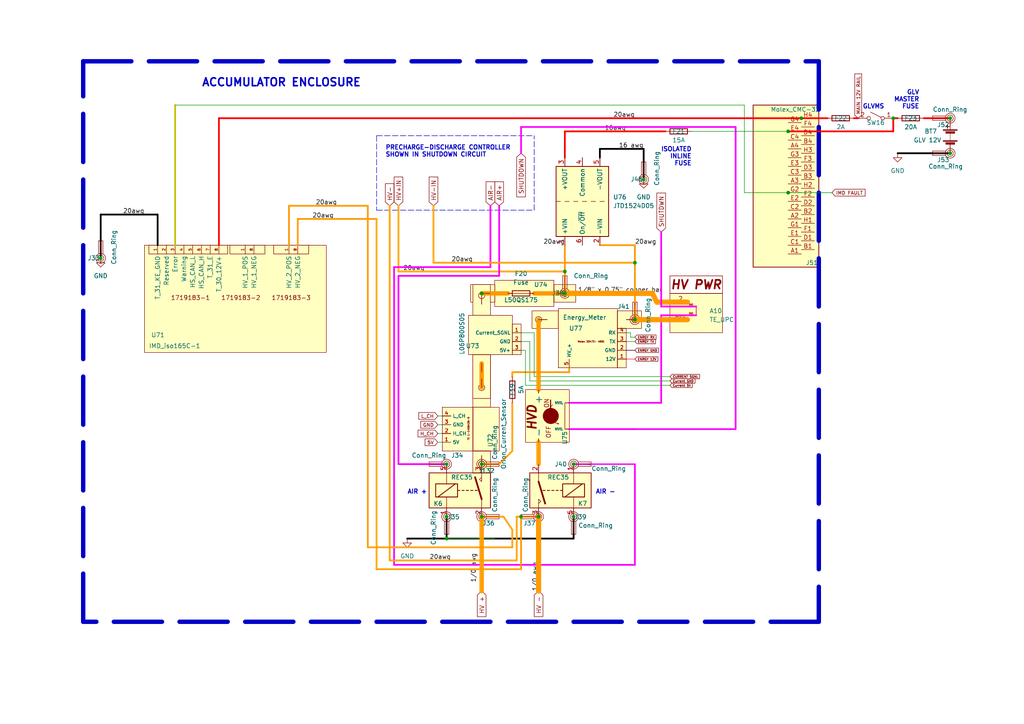
<source format=kicad_sch>
(kicad_sch (version 20211123) (generator eeschema)
  (paper "A4")
  (lib_symbols
    (symbol "Conn_Ring_1" (pin_numbers hide) (pin_names (offset 1.016) hide)
      (property "Reference" "J" (at 0 2.54 0))
      (property "Value" "Conn_Ring_1" (at 0 -2.54 0))
      (symbol "Conn_Ring_1_0_1"
        (polyline (pts (xy 0 -0.635) (xy 3.81 -0.635)))
        (polyline (pts (xy 0 0.635) (xy 0 -0.635)))
        (polyline (pts (xy 0 0.635) (xy 3.81 0.635)))
        (circle (center 5.08 0) (radius 0.898))
        (circle (center 5.08 0) (radius 1.4199))
      )
      (symbol "Conn_Ring_1_1_1"
        (polyline (pts (xy 1.27 0) (xy 0.8636 0)) (stroke (width 0.1524)))
        (rectangle (start 0.8636 0.127) (end 0 -0.127) (stroke (width 0.1524)) (fill (type outline)))
        (pin passive line (at 5.08 0 180) (length 5) (name "Pin_1") (number "1"))
      )
    )
    (symbol "Converter_DCDC:JTD1524D05"
      (property "Reference" "U" (at -8.89 8.89 0))
      (property "Value" "JTD1524D05" (at 8.89 8.89 0))
      (symbol "JTD1524D05_0_1"
        (rectangle (start -10.16 7.62) (end 10.16 -7.62) (stroke (width 0.254)) (fill (type background)))
        (polyline (pts (xy 0 -5.08) (xy 0 -6.35)))
        (polyline (pts (xy 0 -2.54) (xy 0 -3.81)))
        (polyline (pts (xy 0 0) (xy 0 -1.27)))
        (polyline (pts (xy 0 2.54) (xy 0 1.27)))
        (polyline (pts (xy 0 5.08) (xy 0 3.81)))
        (polyline (pts (xy 0 7.62) (xy 0 6.35)))
      )
      (symbol "JTD1524D05_1_1"
        (pin power_in line (at -12.7 5.08 0) (length 2.54) (name "+VIN") (number "1"))
        (pin power_in line (at -12.7 -5.08 0) (length 2.54) (name "-VIN") (number "2"))
        (pin power_out line (at 12.7 5.08 180) (length 2.54) (name "+VOUT") (number "3"))
        (pin power_out line (at 12.7 0 180) (length 2.54) (name "Common") (number "4"))
        (pin power_out line (at 12.7 -5.08 180) (length 2.54) (name "-VOUT") (number "5"))
        (pin input line (at -12.7 0 0) (length 2.54) (name "On/~{Off}") (number "6"))
      )
    )
    (symbol "Device:Battery" (pin_numbers hide) (pin_names (offset 0) hide)
      (property "Reference" "BT" (at 2.54 2.54 0))
      (property "Value" "Battery" (at 2.54 0 0))
      (symbol "Battery_0_1"
        (rectangle (start -2.032 -1.397) (end 2.032 -1.651) (fill (type outline)))
        (rectangle (start -2.032 1.778) (end 2.032 1.524) (fill (type outline)))
        (rectangle (start -1.3208 -1.9812) (end 1.27 -2.4892) (fill (type outline)))
        (rectangle (start -1.3208 1.1938) (end 1.27 0.6858) (fill (type outline)))
        (polyline (pts (xy 0 -1.524) (xy 0 -1.27)))
        (polyline (pts (xy 0 -1.016) (xy 0 -0.762)))
        (polyline (pts (xy 0 -0.508) (xy 0 -0.254)))
        (polyline (pts (xy 0 0) (xy 0 0.254)))
        (polyline (pts (xy 0 0.508) (xy 0 0.762)))
        (polyline (pts (xy 0 1.778) (xy 0 2.54)))
        (polyline (pts (xy 0.254 2.667) (xy 1.27 2.667)) (stroke (width 0.254)))
        (polyline (pts (xy 0.762 3.175) (xy 0.762 2.159)) (stroke (width 0.254)))
      )
      (symbol "Battery_1_1"
        (pin passive line (at 0 5.08 270) (length 2.54) (name "+") (number "1"))
        (pin passive line (at 0 -5.08 90) (length 2.54) (name "-") (number "2"))
      )
    )
    (symbol "Device:Fuse" (pin_numbers hide) (pin_names (offset 0))
      (property "Reference" "F" (at 2.032 0 90))
      (property "Value" "Fuse" (at -1.905 0 90))
      (symbol "Fuse_0_1"
        (rectangle (start -0.762 -2.54) (end 0.762 2.54) (stroke (width 0.254)))
        (polyline (pts (xy 0 2.54) (xy 0 -2.54)))
      )
      (symbol "Fuse_1_1"
        (pin passive line (at 0 3.81 270) (length 1.27) (name "~") (number "1"))
        (pin passive line (at 0 -3.81 90) (length 1.27) (name "~") (number "2"))
      )
    )
    (symbol "FSAE DMS-23 Components:Current_Sensor_L06P300S05" (pin_names (offset 0.5))
      (property "Reference" "U?" (at -5.08 -3.81 0))
      (property "Value" "Current_Sensor_L06P300S05" (at 0.635 -6.35 0))
      (symbol "Current_Sensor_L06P300S05_0_1"
        (rectangle (start -15.24 1.27) (end -6.35 -3.81) (fill (type background)))
        (circle (center -12.065 -1.27) (radius 0.898))
        (rectangle (start -6.35 7.62) (end 5.08 -5.08) (fill (type background)))
        (rectangle (start -3.81 10.16) (end 5.08 7.62) (fill (type background)))
        (rectangle (start 5.08 1.27) (end 17.78 -3.81) (fill (type background)))
        (circle (center 14.605 -1.27) (radius 0.898))
      )
      (symbol "Current_Sensor_L06P300S05_1_1"
        (pin bidirectional line (at -12.065 -1.27 0) (length 2.5) (name "") (number ""))
        (pin bidirectional line (at 14.605 -1.27 180) (length 2.5) (name "") (number ""))
        (pin passive line (at -1.27 10.16 270) (length 2.5) (name "Current_SGNL") (number "1"))
        (pin passive line (at 1.27 10.16 270) (length 2.5) (name "GND") (number "2"))
        (pin passive line (at 3.81 10.16 270) (length 2.5) (name "5V+") (number "3"))
      )
    )
    (symbol "FSAE DMS-23 Components:Energy_Meter" (pin_names (offset 0.5))
      (property "Reference" "U" (at -7.62 5.715 0))
      (property "Value" "Energy_Meter" (at -0.635 -3.175 0))
      (symbol "Energy_Meter_0_0"
        (text "Molex 33472- 4001" (at 1.27 5.08 0) (effects (font (size 0.5 0.5))))
      )
      (symbol "Energy_Meter_0_1"
        (rectangle (start -15.875 1.27) (end -8.255 -3.81) (fill (type background)))
        (circle (center -13.97 -1.27) (radius 0.898))
        (rectangle (start -8.255 12.7) (end 8.89 -4.445) (fill (type background)))
        (rectangle (start 8.89 1.27) (end 15.875 -3.81) (fill (type background)))
        (rectangle (start 8.89 12.7) (end 11.43 1.27) (fill (type background)))
        (circle (center 13.97 -1.27) (radius 0.898))
      )
      (symbol "Energy_Meter_1_1"
        (pin bidirectional line (at -13.97 -1.27 0) (length 2.5) (name "") (number ""))
        (pin bidirectional line (at 13.97 -1.27 180) (length 2.5) (name "") (number ""))
        (pin passive line (at 11.43 10.16 180) (length 2.5) (name "12V") (number "1"))
        (pin passive line (at 11.43 7.62 180) (length 2.5) (name "GND") (number "2"))
        (pin passive line (at 11.43 5.08 180) (length 2.5) (name "TX") (number "3"))
        (pin passive line (at 11.43 2.54 180) (length 2.5) (name "RX") (number "4"))
        (pin bidirectional line (at -5.08 12.7 270) (length 2.5) (name "HV_+") (number "5"))
      )
    )
    (symbol "FSAE DMS-23 Components:High_Voltage_Disconnect"
      (property "Reference" "U" (at -7.112 -4.9784 0))
      (property "Value" "High_Voltage_Disconnect" (at 0.6096 -10.7696 0))
      (symbol "High_Voltage_Disconnect_0_0"
        (circle (center 0 -1) (radius 2.2361) (fill (type outline)))
        (polyline (pts (xy -3.81 -5.08) (xy 3.81 -5.08)))
        (rectangle (start 2.2352 -0.8636) (end 4.6736 -1.016))
        (text "HVD" (at -0.38 4.46 0) (effects (font (size 2.5 2.5) bold italic)))
        (text "OFF" (at -4.6228 -0.3556 0) (effects (font (size 1.27 1.27))))
        (text "ON" (at 3.7084 0.2032 0) (effects (font (size 1.27 1.27))))
      )
      (symbol "High_Voltage_Disconnect_0_1"
        (rectangle (start -7.62 6.35) (end 7.62 -6.35) (fill (type background)))
        (polyline (pts (xy -2.3368 -3.048) (xy -2.032 -3.048) (xy -2.3368 -3.302) (xy -2.3368 -3.048)))
        (arc (start 3.2512 -1.524) (mid -0.7893 2.0414) (end -2.2352 -3.1496))
      )
      (symbol "High_Voltage_Disconnect_1_1"
        (pin passive line (at 7.62 2.54 180) (length 1) (name "+") (number ""))
        (pin passive line (at -7.62 2.54 0) (length 1) (name "-") (number ""))
        (pin passive line (at -3.81 -6.35 90) (length 1.15) (name "HVIL") (number ""))
        (pin passive line (at 3.81 -6.35 90) (length 1.15) (name "HVIL") (number ""))
      )
    )
    (symbol "FSAE DMS-23 Components:IMD_iso165C-1"
      (property "Reference" "U?" (at 16.51 13.97 0))
      (property "Value" "IMD_iso165C-1" (at 5.715 13.97 0))
      (symbol "IMD_iso165C-1_0_0"
        (text "1719183-1" (at 6.35 3.175 900) (effects (font (size 1.27 1.27))))
        (text "1719183-2" (at 6.35 -11.43 900) (effects (font (size 1.27 1.27))))
        (text "1719183-3" (at 6.35 -26.035 900) (effects (font (size 1.27 1.27))))
      )
      (symbol "IMD_iso165C-1_0_1"
        (rectangle (start -8.89 -20.955) (end -6.35 -31.115))
        (rectangle (start -8.89 -8.255) (end -6.35 -18.415))
        (rectangle (start -8.89 15.24) (end -6.35 -7.62))
        (rectangle (start -8.89 16.51) (end 22.225 -36.195) (fill (type background)))
      )
      (symbol "IMD_iso165C-1_1_0"
        (pin input line (at -8.89 -12.7 0) (length 2.54) (name "HV_1_POS") (number "1"))
        (pin input line (at -8.89 -25.4 0) (length 2.54) (name "HV_2_POS") (number "1"))
        (pin input line (at -8.89 12.7 0) (length 2.54) (name "T_31_KE_GND") (number "1"))
        (pin bidirectional line (at -8.89 10.16 0) (length 2.54) (name "Reserved") (number "2"))
        (pin output line (at -8.89 7.62 0) (length 2.54) (name "Error") (number "3"))
        (pin output line (at -8.89 5.08 0) (length 2.54) (name "Warning") (number "4"))
        (pin bidirectional line (at -8.89 2.54 0) (length 2.54) (name "HS_CAN_L") (number "5"))
        (pin bidirectional line (at -8.89 0 0) (length 2.54) (name "HS_CAN_H") (number "6"))
        (pin input line (at -8.89 -2.54 0) (length 2.54) (name "T_31_E") (number "7"))
        (pin input line (at -8.89 -15.24 0) (length 2.54) (name "HV_1_NEG") (number "8"))
        (pin input line (at -8.89 -27.94 0) (length 2.54) (name "HV_2_NEG") (number "8"))
        (pin input line (at -8.89 -5.08 0) (length 2.54) (name "T_30_12V+") (number "8"))
      )
    )
    (symbol "FSAE DMS-23 Components:L50QS150" (pin_names (offset 0.5))
      (property "Reference" "U?" (at -5.715 -3.175 0))
      (property "Value" "L50QS150" (at -1.905 0 0))
      (symbol "L50QS150_0_1"
        (rectangle (start -15.24 1.27) (end -8.255 -3.81) (fill (type background)))
        (circle (center -12.065 -1.27) (radius 0.898))
        (rectangle (start -8.255 2.54) (end 8.89 -5.08) (fill (type background)))
        (rectangle (start 8.89 1.27) (end 15.24 -3.81) (fill (type background)))
        (circle (center 12.065 -1.27) (radius 0.898))
      )
      (symbol "L50QS150_1_1"
        (pin bidirectional line (at -12.065 -1.27 0) (length 2.5) (name "") (number ""))
        (pin bidirectional line (at 12.065 -1.27 180) (length 2.5) (name "") (number ""))
      )
    )
    (symbol "FSAE DMS-23 Components:LEV-200"
      (property "Reference" "K?" (at 9.525 1.2701 0))
      (property "Value" "LEV-200" (at 9.525 -1.2699 0))
      (symbol "LEV-200_0_0"
        (polyline (pts (xy 5.08 5.08) (xy 5.08 2.54) (xy 4.445 3.175) (xy 5.08 3.81)))
      )
      (symbol "LEV-200_0_1"
        (rectangle (start -10.16 5.08) (end 7.62 -5.08) (stroke (width 0.254)) (fill (type background)))
        (rectangle (start -8.255 1.905) (end -1.905 -1.905) (stroke (width 0.254)))
        (polyline (pts (xy -7.62 -1.905) (xy -2.54 1.905)) (stroke (width 0.254)))
        (polyline (pts (xy -5.08 -5.08) (xy -5.08 -1.905)))
        (polyline (pts (xy -5.08 5.08) (xy -5.08 1.905)))
        (polyline (pts (xy -1.905 0) (xy -1.27 0)) (stroke (width 0.254)))
        (polyline (pts (xy -0.635 0) (xy 0 0)) (stroke (width 0.254)))
        (polyline (pts (xy 0.635 0) (xy 1.27 0)) (stroke (width 0.254)))
        (polyline (pts (xy 1.905 0) (xy 2.54 0)) (stroke (width 0.254)))
        (polyline (pts (xy 3.175 0) (xy 3.81 0)) (stroke (width 0.254)))
        (polyline (pts (xy 5.08 -2.54) (xy 3.175 3.81)) (stroke (width 0.508)))
        (polyline (pts (xy 5.08 -2.54) (xy 5.08 -5.08)))
      )
      (symbol "LEV-200_1_1"
        (pin passive line (at -5.08 -7.62 90) (length 2.54) (name "~") (number "1"))
        (pin passive line (at 5.08 -7.62 90) (length 2.54) (name "~") (number "2"))
        (pin passive line (at 5.08 7.62 270) (length 2.54) (name "~") (number "3"))
        (pin passive line (at -5.08 7.62 270) (length 2.54) (name "~") (number "5"))
      )
    )
    (symbol "FSAE DMS-23 Components:Molex_CMC-32" (pin_names (offset 1.016) hide)
      (property "Reference" "J" (at -5.08 40.64 0))
      (property "Value" "Molex_CMC-32" (at -5.08 -3.81 0))
      (symbol "Molex_CMC-32_1_1"
        (rectangle (start -16.51 41.91) (end 2.54 -5.08) (stroke (width 0.254)) (fill (type background)))
        (pin passive line (at -6.35 38.1 0) (length 3.81) (name "Pin_1") (number "A1"))
        (pin passive line (at -6.35 27.94 0) (length 3.81) (name "Pin_9") (number "A2"))
        (pin passive line (at -6.35 17.78 0) (length 3.81) (name "Pin_17") (number "A3"))
        (pin passive line (at -6.35 7.62 0) (length 3.81) (name "Pin_25") (number "A4"))
        (pin passive line (at -2.54 36.83 0) (length 3.81) (name "Pin_2") (number "B1"))
        (pin passive line (at -2.54 26.67 0) (length 3.81) (name "Pin_10") (number "B2"))
        (pin passive line (at -2.54 16.51 0) (length 3.81) (name "Pin_18") (number "B3"))
        (pin passive line (at -2.54 6.35 0) (length 3.81) (name "Pin_26") (number "B4"))
        (pin passive line (at -6.35 35.56 0) (length 3.81) (name "Pin_3") (number "C1"))
        (pin passive line (at -6.35 25.4 0) (length 3.81) (name "Pin_11") (number "C2"))
        (pin passive line (at -6.35 15.24 0) (length 3.81) (name "Pin_19") (number "C3"))
        (pin passive line (at -6.35 5.08 0) (length 3.81) (name "Pin_27") (number "C4"))
        (pin passive line (at -2.54 34.29 0) (length 3.81) (name "Pin_4") (number "D1"))
        (pin passive line (at -2.54 24.13 0) (length 3.81) (name "Pin_12") (number "D2"))
        (pin passive line (at -2.54 13.97 0) (length 3.81) (name "Pin_20") (number "D3"))
        (pin passive line (at -2.54 3.81 0) (length 3.81) (name "Pin_28") (number "D4"))
        (pin passive line (at -6.35 33.02 0) (length 3.81) (name "Pin_5") (number "E1"))
        (pin passive line (at -6.35 22.86 0) (length 3.81) (name "Pin_13") (number "E2"))
        (pin passive line (at -6.35 12.7 0) (length 3.81) (name "Pin_21") (number "E3"))
        (pin passive line (at -6.35 2.54 0) (length 3.81) (name "Pin_29") (number "E4"))
        (pin power_in line (at -2.54 31.75 0) (length 3.81) (name "Pin_6") (number "F1"))
        (pin passive line (at -2.54 21.59 0) (length 3.81) (name "Pin_14") (number "F2"))
        (pin passive line (at -2.54 11.43 0) (length 3.81) (name "Pin_22") (number "F3"))
        (pin passive line (at -2.54 1.27 0) (length 3.81) (name "Pin_30") (number "F4"))
        (pin power_in line (at -6.35 30.48 0) (length 3.81) (name "Pin_7") (number "G1"))
        (pin power_in line (at -6.35 20.32 0) (length 3.81) (name "Pin_15") (number "G2"))
        (pin power_in line (at -6.35 10.16 0) (length 3.81) (name "Pin_23") (number "G3"))
        (pin power_in line (at -6.35 0 0) (length 3.81) (name "Pin_31") (number "G4"))
        (pin power_in line (at -2.54 29.21 0) (length 3.81) (name "Pin_8") (number "H1"))
        (pin power_in line (at -2.54 19.05 0) (length 3.81) (name "Pin_16") (number "H2"))
        (pin power_in line (at -2.54 8.89 0) (length 3.81) (name "Pin_24") (number "H3"))
        (pin power_in line (at -2.54 -1.27 0) (length 3.81) (name "Pin_32") (number "H4"))
      )
    )
    (symbol "FSAE DMS-23 Components:Orion_Current_Sensor" (pin_names (offset 0.5))
      (property "Reference" "U?" (at -5.08 -3.81 0))
      (property "Value" "Orion_Current_Sensor" (at 0 -1.27 0))
      (symbol "Orion_Current_Sensor_0_0"
        (text " TE 1-1456426-5" (at 0 2.54 0) (effects (font (size 0.5 0.5))))
      )
      (symbol "Orion_Current_Sensor_0_1"
        (rectangle (start -12.7 1.27) (end -6.35 -3.81) (fill (type background)))
        (circle (center -10.16 -1.27) (radius 0.898))
        (rectangle (start -6.35 1.27) (end 6.35 -6.35) (fill (type background)))
        (rectangle (start -6.35 10.16) (end 6.35 1.27) (fill (type background)))
        (rectangle (start 6.35 1.27) (end 21.59 -3.81) (fill (type background)))
        (circle (center 19.05 -1.27) (radius 0.898))
      )
      (symbol "Orion_Current_Sensor_1_1"
        (pin bidirectional line (at -10.16 -1.27 0) (length 2.5) (name "") (number ""))
        (pin bidirectional line (at 19.05 -1.27 180) (length 2.5) (name "") (number ""))
        (pin passive line (at -3.81 10.16 270) (length 2.5) (name "5V") (number "1"))
        (pin passive line (at -1.27 10.16 270) (length 2.5) (name "H_CH") (number "2"))
        (pin passive line (at 1.27 10.16 270) (length 2.5) (name "GND") (number "3"))
        (pin passive line (at 3.81 10.16 270) (length 2.5) (name "L_CH") (number "4"))
      )
    )
    (symbol "FSAE DMS-23 Components:TE_UPC" (pin_names (offset 1.016) hide)
      (property "Reference" "A1" (at -1.27 -3.81 0))
      (property "Value" "TE_UPC" (at 6.35 -3.81 0))
      (symbol "TE_UPC_0_0"
        (text "HV PWR" (at 2.54 8.89 0) (effects (font (size 2.5 2.5) bold italic)))
      )
      (symbol "TE_UPC_0_1"
        (rectangle (start -5.08 6.35) (end 10.16 -5.08) (fill (type background)))
        (rectangle (start -5.08 11.43) (end 10.16 6.35))
        (polyline (pts (xy 0 2.54) (xy 2.54 2.54) (xy 2.54 0) (xy 0 0)))
      )
      (symbol "TE_UPC_1_1"
        (pin bidirectional line (at 0 3.81 180) (length 4) (name "HV+") (number "2"))
        (pin bidirectional line (at 0 -1.27 180) (length 4) (name "HV_-") (number "HV-"))
        (pin passive line (at 2.54 0 180) (length 3) (name "HVI1") (number "HVI"))
        (pin passive line (at 2.54 2.54 180) (length 3) (name "HVI1") (number "HVI"))
      )
    )
    (symbol "GLV_Master_Switch_1" (pin_names (offset 0) hide)
      (property "Reference" "SW?" (at 0 -1.27 0))
      (property "Value" "GLV_Master_Switch" (at 20.32 -1.27 0))
      (symbol "GLV_Master_Switch_1_0_0"
        (circle (center -2.032 0) (radius 0.508))
        (polyline (pts (xy -1.524 0.254) (xy 1.524 1.778)))
        (circle (center 2.032 0) (radius 0.508))
      )
      (symbol "GLV_Master_Switch_1_1_1"
        (pin passive line (at -5.08 0 0) (length 2.54) (name "A") (number "1"))
        (pin passive line (at 5.08 0 180) (length 2.54) (name "B") (number "2"))
      )
    )
    (symbol "power:GND" (power) (pin_names (offset 0))
      (property "Value" "GND" (at 0 -3.81 0))
      (symbol "GND_0_1"
        (polyline (pts (xy 0 0) (xy 0 -1.27) (xy 1.27 -1.27) (xy 0 -2.54) (xy -1.27 -1.27) (xy 0 -1.27)))
      )
      (symbol "GND_1_1"
        (pin power_in line (at 0 0 270) (length 0) hide (name "GND") (number "1"))
      )
    )
  )
  (junction (at 163.83 85.09))
  (junction (at 156.21 149.86))
  (junction (at 184.15 92.71))
  (junction (at 186.69 52.07))
  (junction (at 139.7 85.09))
  (junction (at 228.6 55.88))
  (junction (at 166.37 134.62))
  (junction (at 129.54 149.86))
  (junction (at 129.54 156.21))
  (junction (at 275.59 34.29))
  (junction (at 29.21 74.93))
  (junction (at 129.54 134.62))
  (junction (at 232.41 34.29))
  (junction (at 166.37 149.86))
  (junction (at 259.08 34.29))
  (junction (at 275.59 44.45))
  (junction (at 151.13 149.86))
  (junction (at 184.15 76.2))
  (junction (at 139.7 134.62))
  (junction (at 139.7 149.86))
  (junction (at 228.6 38.1))
  (junction (at 163.83 78.74))
  (wire (pts (xy 184.15 134.62) (xy 184.15 163.83)) (stroke (width 0.5) (color 255 0 255 1)))
  (wire (pts (xy 184.15 71.12) (xy 184.15 76.2)) (stroke (width 0.508) (color 255 153 0 1)))
  (wire (pts (xy 129.54 156.21) (xy 166.37 156.21)) (stroke (width 0.508) (color 0 0 0 1)))
  (wire (pts (xy 275.59 34.29) (xy 267.97 34.29)) (stroke (width 0.508) (color 255 0 0 1)))
  (wire (pts (xy 114.3 77.47) (xy 142.24 77.47)) (stroke (width 0.5) (color 255 0 255 1)))
  (polyline (pts (xy 109.22 39.37) (xy 154.94 39.37)))
  (wire (pts (xy 215.9 55.88) (xy 228.6 55.88)))
  (wire (pts (xy 154.94 96.52) (xy 154.94 109.22)))
  (wire (pts (xy 151.13 36.83) (xy 151.13 44.45)) (stroke (width 0.5) (color 255 0 255 1)))
  (wire (pts (xy 182.88 97.79) (xy 182.88 96.52)))
  (wire (pts (xy 139.7 85.725) (xy 139.7 85.09)))
  (wire (pts (xy 106.68 59.69) (xy 106.68 158.75)) (stroke (width 0.508) (color 255 153 0 1)))
  (wire (pts (xy 144.78 59.69) (xy 144.78 80.01)) (stroke (width 0.508) (color 255 0 255 1)))
  (polyline (pts (xy 237.49 17.78) (xy 237.49 180.34)) (stroke (width 1.27)))
  (wire (pts (xy 151.13 165.1) (xy 109.22 165.1)) (stroke (width 0.508) (color 255 153 0 1)))
  (wire (pts (xy 152.4 111.76) (xy 194.31 111.76)))
  (wire (pts (xy 260.35 44.45) (xy 275.59 44.45)) (stroke (width 0.508) (color 0 0 0 1)))
  (wire (pts (xy 191.77 91.44) (xy 201.93 91.44)) (stroke (width 0.508) (color 255 0 255 1)))
  (wire (pts (xy 115.57 134.62) (xy 129.54 134.62)) (stroke (width 0.508) (color 255 0 255 1)))
  (wire (pts (xy 127 128.27) (xy 128.27 128.27)))
  (wire (pts (xy 156.21 149.86) (xy 156.21 171.45)) (stroke (width 1.5) (color 255 153 0 1)))
  (wire (pts (xy 125.73 76.2) (xy 184.15 76.2)) (stroke (width 0.508) (color 255 153 0 1)))
  (wire (pts (xy 152.4 101.6) (xy 152.4 111.76)))
  (wire (pts (xy 142.24 59.69) (xy 142.24 77.47)) (stroke (width 0.508) (color 255 0 255 1)))
  (wire (pts (xy 165.1 107.95) (xy 165.1 106.68)) (stroke (width 0.508) (color 255 153 0 1)))
  (wire (pts (xy 115.57 59.69) (xy 115.57 78.74)) (stroke (width 0.508) (color 255 153 0 1)))
  (wire (pts (xy 156.21 128.27) (xy 156.21 134.62)) (stroke (width 1.27) (color 255 153 0 1)))
  (wire (pts (xy 86.36 63.5) (xy 86.36 71.12)) (stroke (width 0.508) (color 255 153 0 1)))
  (wire (pts (xy 151.13 96.52) (xy 154.94 96.52)))
  (wire (pts (xy 163.83 85.09) (xy 163.83 78.74)) (stroke (width 0.508) (color 255 153 0 1)))
  (wire (pts (xy 213.36 36.83) (xy 213.36 124.46)) (stroke (width 0.5) (color 255 0 255 1)))
  (wire (pts (xy 153.67 99.06) (xy 153.67 110.49)))
  (wire (pts (xy 182.88 97.79) (xy 184.15 97.79)))
  (wire (pts (xy 191.77 74.93) (xy 191.77 88.9)) (stroke (width 0.508) (color 255 0 255 1)))
  (polyline (pts (xy 154.94 60.96) (xy 154.94 39.37)))
  (wire (pts (xy 149.86 162.56) (xy 113.03 162.56)) (stroke (width 0.508) (color 255 153 0 1)))
  (wire (pts (xy 125.73 59.69) (xy 125.73 76.2)) (stroke (width 0.508) (color 255 153 0 1)))
  (wire (pts (xy 115.57 80.01) (xy 144.78 80.01)) (stroke (width 0.508) (color 255 0 255 1)))
  (wire (pts (xy 184.15 76.2) (xy 184.15 92.71)) (stroke (width 0.508) (color 255 153 0 1)))
  (wire (pts (xy 139.7 105.41) (xy 139.7 112.395)) (stroke (width 1.27) (color 255 153 0 1)))
  (wire (pts (xy 232.41 34.29) (xy 63.5 34.29)) (stroke (width 0.508) (color 255 0 0 1)))
  (wire (pts (xy 45.72 71.12) (xy 45.72 62.23)) (stroke (width 0.508) (color 0 0 0 1)))
  (wire (pts (xy 215.9 30.48) (xy 215.9 55.88)))
  (wire (pts (xy 152.4 101.6) (xy 151.13 101.6)))
  (wire (pts (xy 173.99 45.72) (xy 173.99 43.18)) (stroke (width 0.508) (color 0 0 0 1)))
  (wire (pts (xy 144.78 134.62) (xy 148.59 130.81)) (stroke (width 0.508) (color 255 153 0 1)))
  (wire (pts (xy 165.1 124.46) (xy 184.15 124.46)) (stroke (width 0.508) (color 255 0 255 1)))
  (wire (pts (xy 83.82 59.69) (xy 83.82 71.12)) (stroke (width 0.508) (color 255 153 0 1)))
  (wire (pts (xy 163.83 78.74) (xy 115.57 78.74)) (stroke (width 0.508) (color 255 153 0 1)))
  (wire (pts (xy 143.51 156.21) (xy 129.54 156.21)))
  (wire (pts (xy 127 123.19) (xy 128.27 123.19)))
  (polyline (pts (xy 109.22 39.37) (xy 109.22 60.96)))
  (wire (pts (xy 181.61 101.6) (xy 184.15 101.6)) (stroke (width 0) (color 0 0 0 1)))
  (wire (pts (xy 182.88 96.52) (xy 181.61 96.52)))
  (wire (pts (xy 151.13 149.86) (xy 151.13 165.1)) (stroke (width 0.508) (color 255 153 0 1)))
  (wire (pts (xy 201.93 88.9) (xy 191.77 88.9)) (stroke (width 0.508) (color 255 0 255 1)))
  (wire (pts (xy 139.7 149.86) (xy 139.7 171.45)) (stroke (width 1.27) (color 255 153 0 1)))
  (wire (pts (xy 184.15 163.83) (xy 114.3 163.83)) (stroke (width 0.5) (color 255 0 255 1)))
  (wire (pts (xy 167.64 134.62) (xy 166.37 134.62)))
  (wire (pts (xy 156.21 92.71) (xy 156.21 113.03)) (stroke (width 1.27) (color 255 153 0 1)))
  (wire (pts (xy 115.57 80.01) (xy 115.57 134.62)) (stroke (width 0.508) (color 255 0 255 1)))
  (wire (pts (xy 148.59 158.75) (xy 106.68 158.75)) (stroke (width 0.508) (color 255 153 0 1)))
  (wire (pts (xy 151.13 36.83) (xy 213.36 36.83)) (stroke (width 0.5) (color 255 0 255 1)))
  (wire (pts (xy 148.59 153.67) (xy 148.59 158.75)) (stroke (width 0.508) (color 255 153 0 1)))
  (polyline (pts (xy 109.22 60.96) (xy 154.94 60.96)))
  (wire (pts (xy 148.59 116.84) (xy 148.59 130.81)) (stroke (width 0.508) (color 255 153 0 1)))
  (wire (pts (xy 259.08 38.1) (xy 259.08 34.29)) (stroke (width 0.508) (color 255 0 0 1)))
  (wire (pts (xy 163.83 38.1) (xy 193.04 38.1)) (stroke (width 0.508) (color 255 0 0 1)))
  (wire (pts (xy 228.6 38.1) (xy 259.08 38.1)) (stroke (width 0.508) (color 255 0 0 1)))
  (wire (pts (xy 166.37 134.62) (xy 184.15 134.62)) (stroke (width 0.4) (color 255 0 255 1)))
  (wire (pts (xy 173.99 71.12) (xy 184.15 71.12)) (stroke (width 0.508) (color 255 153 0 1)))
  (wire (pts (xy 148.59 107.95) (xy 148.59 109.22)) (stroke (width 0.508) (color 255 153 0 1)))
  (wire (pts (xy 129.54 156.21) (xy 118.11 156.21)) (stroke (width 0.508) (color 0 0 0 1)))
  (polyline (pts (xy 24.13 17.78) (xy 237.49 17.78)) (stroke (width 1.27)))
  (wire (pts (xy 181.61 99.06) (xy 184.15 99.06)))
  (wire (pts (xy 154.94 109.22) (xy 194.31 109.22)))
  (wire (pts (xy 151.13 99.06) (xy 153.67 99.06)))
  (wire (pts (xy 163.83 85.09) (xy 189.23 85.09)) (stroke (width 1.5) (color 255 153 0 1)))
  (wire (pts (xy 63.5 34.29) (xy 63.5 71.12)) (stroke (width 0.508) (color 255 0 0 1)))
  (wire (pts (xy 163.83 71.12) (xy 163.83 78.74)) (stroke (width 0.508) (color 255 153 0 1)))
  (wire (pts (xy 113.03 59.69) (xy 113.03 162.56)) (stroke (width 0.508) (color 255 153 0 1)))
  (wire (pts (xy 129.54 156.21) (xy 129.54 149.86)) (stroke (width 0.508) (color 0 0 0 1)))
  (wire (pts (xy 248.92 34.29) (xy 247.65 34.29)) (stroke (width 0.508) (color 255 0 0 1)))
  (polyline (pts (xy 237.49 180.34) (xy 24.13 180.34)) (stroke (width 1.27)))
  (wire (pts (xy 146.05 149.86) (xy 148.59 153.67)) (stroke (width 0.508) (color 255 153 0 1)))
  (wire (pts (xy 45.72 62.23) (xy 29.21 62.23)) (stroke (width 0.508) (color 0 0 0 1)))
  (wire (pts (xy 184.15 124.46) (xy 213.36 124.46)) (stroke (width 0.5) (color 255 0 255 1)))
  (wire (pts (xy 127 125.73) (xy 128.27 125.73)))
  (wire (pts (xy 139.7 85.09) (xy 147.32 85.09)) (stroke (width 1.27) (color 255 153 0 1)))
  (wire (pts (xy 199.39 87.63) (xy 190.5 87.63)) (stroke (width 1.5) (color 255 153 0 1)))
  (wire (pts (xy 200.66 38.1) (xy 228.6 38.1)))
  (wire (pts (xy 186.69 43.18) (xy 186.69 52.07)) (stroke (width 0.508) (color 0 0 0 1)))
  (wire (pts (xy 154.94 85.09) (xy 163.83 85.09)) (stroke (width 1.27) (color 255 153 0 1)))
  (wire (pts (xy 106.68 59.69) (xy 83.82 59.69)) (stroke (width 0.508) (color 255 153 0 1)))
  (wire (pts (xy 173.99 43.18) (xy 186.69 43.18)) (stroke (width 0.508) (color 0 0 0 1)))
  (wire (pts (xy 153.67 110.49) (xy 194.31 110.49)))
  (wire (pts (xy 191.77 67.31) (xy 191.77 74.93)) (stroke (width 0.5) (color 255 0 255 1)))
  (wire (pts (xy 139.7 134.62) (xy 144.78 134.62)) (stroke (width 0.5) (color 255 153 0 1)))
  (wire (pts (xy 109.22 165.1) (xy 109.22 63.5)) (stroke (width 0.508) (color 255 153 0 1)))
  (wire (pts (xy 181.61 104.14) (xy 184.15 104.14)) (stroke (width 0) (color 255 0 0 1)))
  (wire (pts (xy 189.23 85.09) (xy 190.5 87.63)) (stroke (width 1.5) (color 255 153 0 1)))
  (wire (pts (xy 156.21 149.86) (xy 151.13 149.86)) (stroke (width 0.508) (color 255 153 0 1)))
  (wire (pts (xy 191.77 116.84) (xy 191.77 91.44)) (stroke (width 0.508) (color 255 0 255 1)))
  (wire (pts (xy 151.13 149.86) (xy 149.86 149.86)) (stroke (width 0.508) (color 255 153 0 1)))
  (wire (pts (xy 166.37 149.86) (xy 166.37 156.21)) (stroke (width 0.508) (color 0 0 0 1)))
  (wire (pts (xy 149.86 149.86) (xy 149.86 162.56)) (stroke (width 0.508) (color 255 153 0 1)))
  (polyline (pts (xy 24.13 180.34) (xy 24.13 17.78)) (stroke (width 1.27)))
  (wire (pts (xy 163.83 45.72) (xy 163.83 38.1)) (stroke (width 0.508) (color 255 0 0 1)))
  (wire (pts (xy 260.35 34.29) (xy 259.08 34.29)) (stroke (width 0.508) (color 255 0 0 1)))
  (wire (pts (xy 50.8 30.48) (xy 50.8 71.12)) (stroke (width 0.508) (color 194 194 0 1)))
  (wire (pts (xy 29.21 62.23) (xy 29.21 74.93)) (stroke (width 0.508) (color 0 0 0 1)))
  (wire (pts (xy 184.15 92.71) (xy 199.39 92.71)) (stroke (width 1.5) (color 255 153 0 1)))
  (wire (pts (xy 148.59 107.95) (xy 165.1 107.95)) (stroke (width 0.508) (color 255 153 0 1)))
  (wire (pts (xy 228.6 55.88) (xy 241.3 55.88)))
  (wire (pts (xy 139.7 149.86) (xy 146.05 149.86)) (stroke (width 0.508) (color 255 153 0 1)))
  (wire (pts (xy 50.8 30.48) (xy 215.9 30.48)))
  (wire (pts (xy 127 120.65) (xy 128.27 120.65)))
  (wire (pts (xy 114.3 163.83) (xy 114.3 77.47)) (stroke (width 0.5) (color 255 0 255 1)))
  (wire (pts (xy 109.22 63.5) (xy 86.36 63.5)) (stroke (width 0.508) (color 255 153 0 1)))
  (wire (pts (xy 240.03 34.29) (xy 232.41 34.29)) (stroke (width 0.508) (color 255 0 0 1)))
  (wire (pts (xy 165.1 116.84) (xy 191.77 116.84)) (stroke (width 0.508) (color 255 0 255 1)))
  (text "AIR +" (at 118.11 143.51 0) (effects (font (size 1.27 1.27) (thickness 0.254) bold) (justify left bottom)))
  (text "ISOLATED\nINLINE\nFUSE\n" (at 200.66 48.26 180) (effects (font (size 1.27 1.27) (thickness 0.254) bold) (justify right bottom)))
  (text "GLVMS" (at 256.54 31.75 180) (effects (font (size 1.27 1.27) (thickness 0.254) bold) (justify right bottom)))
  (text "GLV\nMASTER\nFUSE" (at 266.7 31.75 180) (effects (font (size 1.27 1.27) (thickness 0.254) bold) (justify right bottom)))
  (text "AIR -" (at 172.72 143.51 0) (effects (font (size 1.27 1.27) (thickness 0.254) bold) (justify left bottom)))
  (text "ACCUMULATOR ENCLOSURE" (at 58.42 25.4 0) (effects (font (size 2.286 2.286) bold) (justify left bottom)))
  (text "PRECHARGE-DISCHARGE CONTROLLER \nSHOWN IN SHUTDOWN CIRCUIT" (at 111.76 45.72 0) (effects (font (size 1.27 1.27) bold) (justify left bottom)))
  (label "20awg" (at 163.83 71.12 180))
  (label "1{slash}0 awg" (at 156.21 171.45 90))
  (label "16 awg" (at 186.69 43.18 180))
  (label "1{slash}8\" x 0.75\" copper bar" (at 167.64 85.09 0))
  (label "20awg" (at 41.91 62.23 180))
  (label "20awg" (at 96.8379 63.5 180))
  (label "16awg" (at 181.61 38.1 180))
  (label "20awg" (at 137.16 76.2 180))
  (label "20awg" (at 123.19 78.74 180))
  (label "20awg" (at 184.15 71.12 0))
  (label "20awg" (at 97.79 59.69 180))
  (label "1{slash}0 awg" (at 138.43 168.91 90))
  (label "20awg" (at 130.81 162.56 180))
  (label "20awg" (at 184.15 34.29 180))
  (global_label "AIR-" (shape input) (at 142.24 59.69 90) (property "Intersheet References" "${INTERSHEET_REFS}" (effects hide)))
  (global_label "H_CH" (shape input) (at 127 125.73 180) (effects (font (size 1 1))) (property "Intersheet References" "${INTERSHEET_REFS}" (effects hide)))
  (global_label "ENRGY GND" (shape input) (at 184.15 101.6 0) (effects (font (size 0.65 0.65))) (property "Intersheet References" "${INTERSHEET_REFS}" (effects hide)))
  (global_label "HV-IN" (shape input) (at 125.73 59.69 90) (property "Intersheet References" "${INTERSHEET_REFS}" (effects hide)))
  (global_label "SHUTDOWN" (shape input) (at 151.13 44.45 270) (property "Intersheet References" "${INTERSHEET_REFS}" (effects hide)))
  (global_label "IMD FAULT" (shape input) (at 241.3 55.88 0) (effects (font (size 1 1))) (property "Intersheet References" "${INTERSHEET_REFS}" (effects hide)))
  (global_label "MAIN 12V RAIL" (shape input) (at 248.92 34.29 90) (effects (font (size 1 1))) (property "Intersheet References" "${INTERSHEET_REFS}" (effects hide)))
  (global_label "ENRGY 12V" (shape input) (at 184.15 104.14 0) (effects (font (size 0.65 0.65))) (property "Intersheet References" "${INTERSHEET_REFS}" (effects hide)))
  (global_label "HV +" (shape input) (at 139.7 171.45 270) (property "Intersheet References" "${INTERSHEET_REFS}" (effects hide)))
  (global_label "5V" (shape input) (at 127 128.27 180) (effects (font (size 1 1))) (property "Intersheet References" "${INTERSHEET_REFS}" (effects hide)))
  (global_label "HV -" (shape input) (at 156.21 171.45 270) (property "Intersheet References" "${INTERSHEET_REFS}" (effects hide)))
  (global_label "L_CH" (shape input) (at 127 120.65 180) (effects (font (size 1 1))) (property "Intersheet References" "${INTERSHEET_REFS}" (effects hide)))
  (global_label "ENRGY TX" (shape input) (at 184.15 99.06 0) (effects (font (size 0.65 0.65))) (property "Intersheet References" "${INTERSHEET_REFS}" (effects hide)))
  (global_label "AIR+" (shape input) (at 144.78 59.69 90) (property "Intersheet References" "${INTERSHEET_REFS}" (effects hide)))
  (global_label "ENRGY RX" (shape input) (at 184.15 97.79 0) (effects (font (size 0.65 0.65))) (property "Intersheet References" "${INTERSHEET_REFS}" (effects hide)))
  (global_label "Current 5V" (shape input) (at 194.31 111.76 0) (effects (font (size 0.65 0.65))) (property "Intersheet References" "${INTERSHEET_REFS}" (effects hide)))
  (global_label "HV-" (shape input) (at 113.03 59.69 90) (property "Intersheet References" "${INTERSHEET_REFS}" (effects hide)))
  (global_label "CURRENT SGNL" (shape input) (at 194.31 109.22 0) (effects (font (size 0.65 0.65))) (property "Intersheet References" "${INTERSHEET_REFS}" (effects hide)))
  (global_label "Current GND" (shape input) (at 194.31 110.49 0) (effects (font (size 0.65 0.65))) (property "Intersheet References" "${INTERSHEET_REFS}" (effects hide)))
  (global_label "SHUTDWN" (shape input) (at 191.77 67.31 90) (property "Intersheet References" "${INTERSHEET_REFS}" (effects hide)))
  (global_label "HV+IN" (shape input) (at 115.57 59.69 90) (property "Intersheet References" "${INTERSHEET_REFS}" (effects hide)))
  (global_label "GND" (shape input) (at 127 123.19 180) (effects (font (size 1 1))) (property "Intersheet References" "${INTERSHEET_REFS}" (effects hide)))
  (symbol (lib_id "Device:Fuse") (at 196.85 38.1 90) (mirror x) (unit 1)
    (property "Reference" "F21" (at 196.85 38.1 90))
    (property "Value" "15A" (at 196.85 40.64 90))
    (property "Footprint" "FSAE_downloads:Fuse holder 17867640001" (effects hide))
  )
  (symbol (lib_name "Conn_Ring_1") (lib_id "FSAE DMS-23 Components:Conn_Ring") (at 144.78 134.62 0) (mirror y) (unit 1)
    (property "Reference" "J132" (at 143.51 136.525 0) (effects (justify left)))
    (property "Value" "Conn_Ring" (at 143.51 133.35 90) (effects (justify left)))
  )
  (symbol (lib_name "Conn_Ring_1") (lib_id "FSAE DMS-23 Components:Conn_Ring") (at 29.21 69.85 270) (unit 1)
    (property "Reference" "J33" (at 25.4 74.85 90) (effects (justify left)))
    (property "Value" "Conn_Ring" (at 33.02 66.675 0) (effects (justify left)))
  )
  (symbol (lib_name "Conn_Ring_1") (lib_id "FSAE DMS-23 Components:Conn_Ring") (at 129.54 154.94 90) (unit 1)
    (property "Reference" "J35" (at 133.35 149.94 90) (effects (justify left)))
    (property "Value" "Conn_Ring" (at 125.73 158.115 0) (effects (justify left)))
  )
  (symbol (lib_id "power:GND") (at 118.11 156.21 0) (unit 1)
    (property "Reference" "#PWR0110" (effects hide))
    (property "Value" "GND" (at 118.11 161.29 0))
  )
  (symbol (lib_id "power:GND") (at 186.69 52.07 0) (unit 1)
    (property "Reference" "#PWR0111" (effects hide))
    (property "Value" "GND" (at 186.69 57.15 0))
  )
  (symbol (lib_id "power:GND") (at 29.21 74.93 0) (unit 1)
    (property "Reference" "#PWR0112" (effects hide))
    (property "Value" "GND" (at 29.21 80.01 0))
  )
  (symbol (lib_id "FSAE DMS-23 Components:LEV-200") (at 134.62 142.24 0) (unit 1)
    (property "Reference" "K6" (at 125.73 146.05 0) (effects (justify left)))
    (property "Value" "REC35" (at 130.81 138.43 0) (effects (justify left)))
    (property "Footprint" "FSAE: LEV200" (effects hide))
    (property "Datasheet" "--" (effects hide))
  )
  (symbol (lib_id "FSAE DMS-23 Components:Orion_Current_Sensor") (at 138.43 124.46 90) (unit 1)
    (property "Reference" "U72" (at 142.24 125.73 0) (effects (justify right)))
    (property "Value" "Orion_Current_Sensor" (at 146.05 115.57 0) (effects (justify right)))
  )
  (symbol (lib_name "Conn_Ring_1") (lib_id "FSAE DMS-23 Components:Conn_Ring") (at 270.51 34.29 0) (unit 1)
    (property "Reference" "J52" (at 271.78 36.195 0) (effects (justify left)))
    (property "Value" "Conn_Ring" (at 270.51 31.75 0) (effects (justify left)))
  )
  (symbol (lib_name "GLV_Master_Switch_1") (lib_id "FSAE DMS-23 Components:GLV_Master_Switch") (at 254 34.29 0) (mirror y) (unit 1)
    (property "Reference" "SW16" (at 254 35.56 0))
    (property "Value" "GLVMS" (effects hide))
  )
  (symbol (lib_id "FSAE DMS-23 Components:High_Voltage_Disconnect") (at 158.75 120.65 90) (unit 1)
    (property "Reference" "U75" (at 163.83 127 0))
    (property "Value" "High_Voltage_Disconnect" (effects hide))
  )
  (symbol (lib_name "Conn_Ring_1") (lib_id "FSAE DMS-23 Components:Conn_Ring") (at 166.37 154.94 90) (unit 1)
    (property "Reference" "J39" (at 170.18 149.94 90) (effects (justify left)))
    (property "Value" "Conn_Ring" (at 177.8 152.4 90) (effects (justify left)))
  )
  (symbol (lib_id "FSAE DMS-23 Components:LEV-200") (at 161.29 142.24 180) (unit 1)
    (property "Reference" "K7" (at 167.64 146.05 0) (effects (justify right)))
    (property "Value" "REC35" (at 158.75 138.43 0) (effects (justify right)))
    (property "Footprint" "FSAE: LEV200" (effects hide))
    (property "Datasheet" "--" (effects hide))
  )
  (symbol (lib_name "Conn_Ring_1") (lib_id "FSAE DMS-23 Components:Conn_Ring") (at 124.46 134.62 0) (mirror x) (unit 1)
    (property "Reference" "J34" (at 130.81 132.08 0) (effects (justify left)))
    (property "Value" "Conn_Ring" (at 119.38 132.08 0) (effects (justify left)))
  )
  (symbol (lib_name "Conn_Ring_1") (lib_id "FSAE DMS-23 Components:Conn_Ring") (at 270.51 44.45 0) (unit 1)
    (property "Reference" "J53" (at 271.78 46.355 0) (effects (justify left)))
    (property "Value" "Conn_Ring" (at 269.24 48.26 0) (effects (justify left)))
  )
  (symbol (lib_id "Device:Fuse") (at 264.16 34.29 90) (mirror x) (unit 1)
    (property "Reference" "F23" (at 264.16 34.29 90))
    (property "Value" "20A" (at 264.16 36.83 90))
    (property "Footprint" "FSAE_downloads:Fuse holder 17867640001" (effects hide))
  )
  (symbol (lib_id "Device:Fuse") (at 148.59 113.03 0) (mirror x) (unit 1)
    (property "Reference" "F19" (at 148.59 113.03 90))
    (property "Value" "5A" (at 151.13 113.03 90))
    (property "Footprint" "FSAE_downloads:Fuse holder 17867640001" (effects hide))
  )
  (symbol (lib_name "Conn_Ring_1") (lib_id "FSAE DMS-23 Components:Conn_Ring") (at 144.78 149.86 0) (mirror y) (unit 1)
    (property "Reference" "J36" (at 143.51 151.765 0) (effects (justify left)))
    (property "Value" "Conn_Ring" (at 143.51 148.59 90) (effects (justify left)))
  )
  (symbol (lib_id "Device:Fuse") (at 151.13 85.09 270) (unit 1)
    (property "Reference" "F20" (at 151.13 79.375 90))
    (property "Value" "Fuse" (at 151.13 81.915 90))
  )
  (symbol (lib_id "Converter_DCDC:JTD1524D05") (at 168.91 58.42 90) (unit 1)
    (property "Reference" "U76" (at 177.8 57.1499 90) (effects (justify right)))
    (property "Value" "JTD1524D05" (at 177.8 59.6899 90) (effects (justify right)))
    (property "Footprint" "Converter_DCDC:Converter_DCDC_XP_POWER_JTDxxxxxxx_THT" (effects hide))
    (property "Datasheet" "https://www.xppower.com/portals/0/pdfs/SF_JTD15.pdf" (effects hide))
  )
  (symbol (lib_id "FSAE DMS-23 Components:IMD_iso165C-1") (at 58.42 80.01 90) (mirror x) (unit 1)
    (property "Reference" "U71" (at 43.815 97.155 90) (effects (justify right)))
    (property "Value" "IMD_iso165C-1" (at 43.18 100.33 90) (effects (justify right)))
  )
  (symbol (lib_id "FSAE DMS-23 Components:L50QS150") (at 151.765 83.82 0) (unit 1)
    (property "Reference" "U74" (at 156.845 82.55 0))
    (property "Value" "L50QS175" (at 151.13 86.995 0))
  )
  (symbol (lib_id "power:GND") (at 260.35 44.45 0) (mirror y) (unit 1)
    (property "Reference" "#PWR0109" (effects hide))
    (property "Value" "GND" (at 260.35 49.53 0))
  )
  (symbol (lib_id "FSAE DMS-23 Components:Current_Sensor_L06P300S05") (at 140.97 97.79 270) (unit 1)
    (property "Reference" "U73" (at 139.065 100.33 90) (effects (justify right)))
    (property "Value" "L06P800S05" (at 133.985 102.87 0) (effects (justify right)))
  )
  (symbol (lib_name "Conn_Ring_1") (lib_id "FSAE DMS-23 Components:Conn_Ring") (at 184.15 87.63 270) (unit 1)
    (property "Reference" "J41" (at 179.07 88.9 90) (effects (justify left)))
    (property "Value" "Conn_Ring" (at 187.96 86.36 0) (effects (justify left)))
  )
  (symbol (lib_id "FSAE DMS-23 Components:Energy_Meter") (at 170.18 93.98 0) (mirror x) (unit 1)
    (property "Reference" "U77" (at 167.005 95.25 0))
    (property "Value" "Energy_Meter" (at 169.545 92.075 0))
  )
  (symbol (lib_name "Conn_Ring_1") (lib_id "FSAE DMS-23 Components:Conn_Ring") (at 151.13 149.86 0) (unit 1)
    (property "Reference" "J37" (at 151.765 151.765 0) (effects (justify left)))
    (property "Value" "Conn_Ring" (at 152.4 148.59 90) (effects (justify left)))
  )
  (symbol (lib_name "Conn_Ring_1") (lib_id "FSAE DMS-23 Components:Conn_Ring") (at 163.83 80.01 270) (unit 1)
    (property "Reference" "J38" (at 160.02 85.01 90) (effects (justify left)))
    (property "Value" "Conn_Ring" (at 166.37 80.01 90) (effects (justify left)))
  )
  (symbol (lib_id "Device:Battery") (at 275.59 39.37 0) (mirror y) (unit 1)
    (property "Reference" "BT7" (at 271.78 38.1 0) (effects (justify left)))
    (property "Value" "GLV 12V" (at 273.05 40.64 0) (effects (justify left)))
  )
  (symbol (lib_id "FSAE DMS-23 Components:Molex_CMC-32") (at 234.95 35.56 0) (mirror x) (unit 1)
    (property "Reference" "J51" (at 233.68 76.2 0) (effects (justify left)))
    (property "Value" "Molex_CMC-32" (at 223.52 31.75 0) (effects (font (size 1.25 1.25)) (justify left)))
  )
  (symbol (lib_id "FSAE DMS-23 Components:TE_UPC") (at 199.39 91.44 0) (unit 1)
    (property "Reference" "A10" (at 205.74 90.1699 0) (effects (justify left)))
    (property "Value" "TE_UPC" (at 205.74 92.7099 0) (effects (justify left)))
  )
  (symbol (lib_id "Device:Fuse") (at 243.84 34.29 90) (mirror x) (unit 1)
    (property "Reference" "F22" (at 243.84 34.29 90))
    (property "Value" "2A" (at 243.84 36.83 90))
    (property "Footprint" "FSAE_downloads:Fuse holder 17867640001" (effects hide))
  )
  (symbol (lib_name "Conn_Ring_1") (lib_id "FSAE DMS-23 Components:Conn_Ring") (at 171.45 134.62 180) (unit 1)
    (property "Reference" "J40" (at 164.465 134.62 0) (effects (justify left)))
    (property "Value" "Conn_Ring" (at 181.61 135.89 0) (effects (justify left)))
  )
  (symbol (lib_name "Conn_Ring_1") (lib_id "FSAE DMS-23 Components:Conn_Ring") (at 186.69 46.99 270) (unit 1)
    (property "Reference" "J46" (at 182.88 51.99 90) (effects (justify left)))
    (property "Value" "Conn_Ring" (at 190.5 43.815 0) (effects (justify left)))
  )
)
</source>
